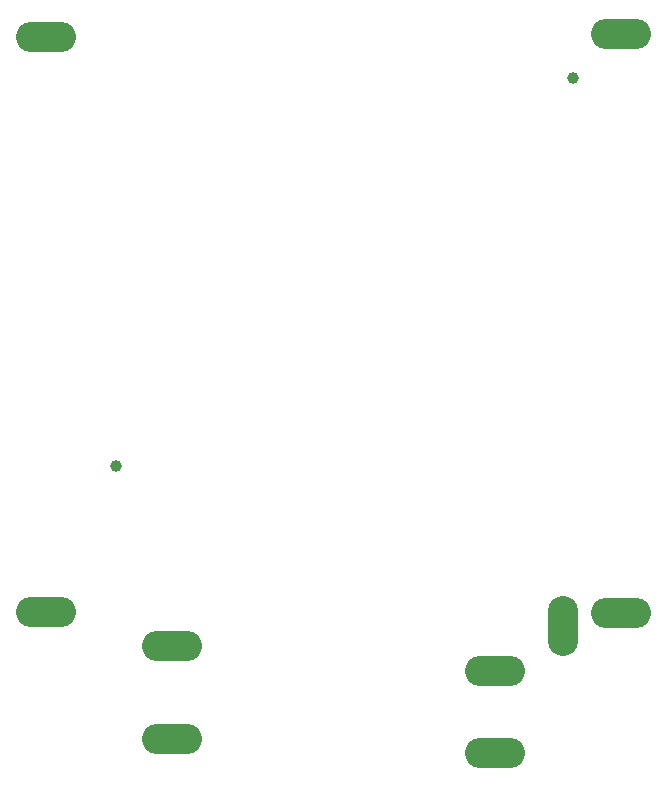
<source format=gts>
G04 #@! TF.GenerationSoftware,KiCad,Pcbnew,(6.0.2)*
G04 #@! TF.CreationDate,2022-06-08T21:31:36-07:00*
G04 #@! TF.ProjectId,iflfu-bottom,69666c66-752d-4626-9f74-746f6d2e6b69,rev?*
G04 #@! TF.SameCoordinates,Original*
G04 #@! TF.FileFunction,Soldermask,Top*
G04 #@! TF.FilePolarity,Negative*
%FSLAX46Y46*%
G04 Gerber Fmt 4.6, Leading zero omitted, Abs format (unit mm)*
G04 Created by KiCad (PCBNEW (6.0.2)) date 2022-06-08 21:31:36*
%MOMM*%
%LPD*%
G01*
G04 APERTURE LIST*
%ADD10C,1.000000*%
%ADD11O,5.080000X2.540000*%
%ADD12O,2.540000X5.080000*%
G04 APERTURE END LIST*
D10*
X190400000Y-152634717D03*
X151700000Y-185534717D03*
D11*
X145750000Y-149204717D03*
X183750000Y-202834717D03*
X183750000Y-209834717D03*
X156450000Y-200769717D03*
X145750000Y-197834717D03*
X194450000Y-197934717D03*
D12*
X189500000Y-199034717D03*
D11*
X194450000Y-148934717D03*
X156450000Y-208634717D03*
M02*

</source>
